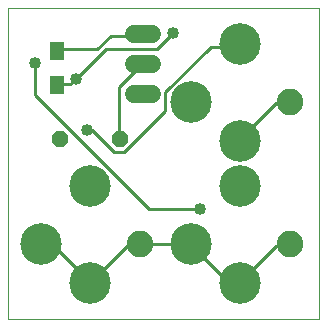
<source format=gtl>
G75*
%MOIN*%
%OFA0B0*%
%FSLAX25Y25*%
%IPPOS*%
%LPD*%
%AMOC8*
5,1,8,0,0,1.08239X$1,22.5*
%
%ADD10C,0.00000*%
%ADD11OC8,0.05200*%
%ADD12R,0.04724X0.05906*%
%ADD13C,0.06000*%
%ADD14C,0.13843*%
%ADD15C,0.08858*%
%ADD16C,0.01000*%
%ADD17C,0.04000*%
D10*
X0003500Y0001000D02*
X0003500Y0104711D01*
X0107201Y0104711D01*
X0107201Y0001000D01*
X0003500Y0001000D01*
D11*
X0021000Y0061000D03*
X0041000Y0061000D03*
D12*
X0019750Y0079041D03*
X0019750Y0090459D03*
D13*
X0045500Y0086000D02*
X0051500Y0086000D01*
X0051500Y0096000D02*
X0045500Y0096000D01*
X0045500Y0076000D02*
X0051500Y0076000D01*
D14*
X0064465Y0073500D03*
X0081000Y0060508D03*
X0081000Y0045291D03*
X0064465Y0026000D03*
X0081000Y0013008D03*
X0031000Y0013008D03*
X0014465Y0026000D03*
X0031000Y0045291D03*
X0081000Y0092791D03*
D15*
X0097535Y0073500D03*
X0097535Y0026000D03*
X0047535Y0026000D03*
D16*
X0046900Y0025300D01*
X0043300Y0025300D01*
X0031600Y0013600D01*
X0031000Y0013008D01*
X0030700Y0013600D01*
X0019000Y0025300D01*
X0014500Y0025300D01*
X0014465Y0026000D01*
X0038800Y0056800D02*
X0042400Y0056800D01*
X0055900Y0070300D01*
X0055900Y0076600D01*
X0071200Y0091900D01*
X0080200Y0091900D01*
X0081000Y0092791D01*
X0097535Y0073500D02*
X0097300Y0073000D01*
X0092800Y0073000D01*
X0081100Y0061300D01*
X0081000Y0060508D01*
X0067600Y0037900D02*
X0050500Y0037900D01*
X0012700Y0075700D01*
X0012700Y0086500D01*
X0019750Y0090459D02*
X0019900Y0091000D01*
X0033400Y0091000D01*
X0037900Y0095500D01*
X0047800Y0095500D01*
X0048500Y0096000D01*
X0053200Y0091000D02*
X0036100Y0091000D01*
X0026200Y0081100D01*
X0024400Y0079300D01*
X0019900Y0079300D01*
X0019750Y0079041D01*
X0029800Y0064000D02*
X0031600Y0064000D01*
X0038800Y0056800D01*
X0041000Y0061000D02*
X0040600Y0061300D01*
X0040600Y0078400D01*
X0047800Y0085600D01*
X0048500Y0086000D01*
X0053200Y0091000D02*
X0058600Y0096400D01*
X0064000Y0026200D02*
X0047800Y0026200D01*
X0047535Y0026000D01*
X0064000Y0026200D02*
X0064465Y0026000D01*
X0064900Y0025300D01*
X0076600Y0013600D01*
X0080200Y0013600D01*
X0081000Y0013008D01*
X0081100Y0013600D01*
X0092800Y0025300D01*
X0097300Y0025300D01*
X0097535Y0026000D01*
D17*
X0067600Y0037900D03*
X0029800Y0064000D03*
X0026200Y0081100D03*
X0012700Y0086500D03*
X0058600Y0096400D03*
M02*

</source>
